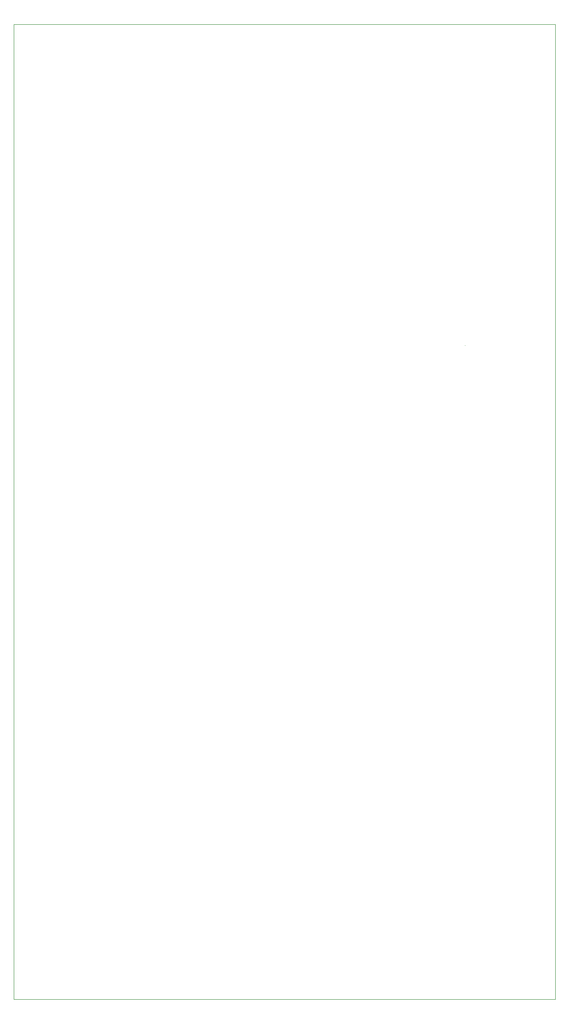
<source format=gbr>
%TF.GenerationSoftware,KiCad,Pcbnew,6.0.2+dfsg-1*%
%TF.CreationDate,2022-05-29T19:59:50-04:00*%
%TF.ProjectId,io-panel,696f2d70-616e-4656-9c2e-6b696361645f,B*%
%TF.SameCoordinates,Original*%
%TF.FileFunction,Profile,NP*%
%FSLAX46Y46*%
G04 Gerber Fmt 4.6, Leading zero omitted, Abs format (unit mm)*
G04 Created by KiCad (PCBNEW 6.0.2+dfsg-1) date 2022-05-29 19:59:50*
%MOMM*%
%LPD*%
G01*
G04 APERTURE LIST*
%TA.AperFunction,Profile*%
%ADD10C,0.100000*%
%TD*%
G04 APERTURE END LIST*
D10*
X56000000Y-234000000D02*
X156000000Y-234000000D01*
X139337000Y-113212000D02*
X139337000Y-113212000D01*
X156000000Y-54000000D02*
X156000000Y-234000000D01*
X56000000Y-54000000D02*
X156000000Y-54000000D01*
X56000000Y-54000000D02*
X56000000Y-234000000D01*
M02*

</source>
